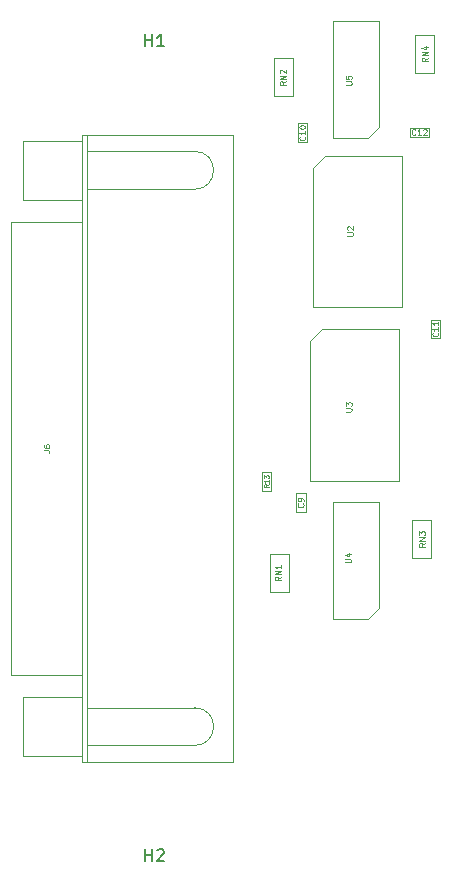
<source format=gbr>
%TF.GenerationSoftware,KiCad,Pcbnew,(6.0.11-0)*%
%TF.CreationDate,2023-05-17T23:02:26+12:00*%
%TF.ProjectId,controller-upper-cut,636f6e74-726f-46c6-9c65-722d75707065,3.2*%
%TF.SameCoordinates,PX1c9c380PY1312d00*%
%TF.FileFunction,AssemblyDrawing,Top*%
%FSLAX46Y46*%
G04 Gerber Fmt 4.6, Leading zero omitted, Abs format (unit mm)*
G04 Created by KiCad (PCBNEW (6.0.11-0)) date 2023-05-17 23:02:26*
%MOMM*%
%LPD*%
G01*
G04 APERTURE LIST*
%ADD10C,0.080000*%
%ADD11C,0.150000*%
%ADD12C,0.060000*%
%ADD13C,0.100000*%
G04 APERTURE END LIST*
D10*
%TO.C,RN2*%
X35126190Y-103434631D02*
X34888095Y-103601297D01*
X35126190Y-103720345D02*
X34626190Y-103720345D01*
X34626190Y-103529869D01*
X34650000Y-103482250D01*
X34673809Y-103458440D01*
X34721428Y-103434631D01*
X34792857Y-103434631D01*
X34840476Y-103458440D01*
X34864285Y-103482250D01*
X34888095Y-103529869D01*
X34888095Y-103720345D01*
X35126190Y-103220345D02*
X34626190Y-103220345D01*
X35126190Y-102934631D01*
X34626190Y-102934631D01*
X34673809Y-102720345D02*
X34650000Y-102696535D01*
X34626190Y-102648916D01*
X34626190Y-102529869D01*
X34650000Y-102482250D01*
X34673809Y-102458440D01*
X34721428Y-102434631D01*
X34769047Y-102434631D01*
X34840476Y-102458440D01*
X35126190Y-102744154D01*
X35126190Y-102434631D01*
%TO.C,U3*%
X40193630Y-131391785D02*
X40598392Y-131391785D01*
X40646011Y-131367975D01*
X40669820Y-131344166D01*
X40693630Y-131296547D01*
X40693630Y-131201309D01*
X40669820Y-131153690D01*
X40646011Y-131129880D01*
X40598392Y-131106071D01*
X40193630Y-131106071D01*
X40193630Y-130915594D02*
X40193630Y-130606071D01*
X40384106Y-130772737D01*
X40384106Y-130701309D01*
X40407916Y-130653690D01*
X40431725Y-130629880D01*
X40479344Y-130606071D01*
X40598392Y-130606071D01*
X40646011Y-130629880D01*
X40669820Y-130653690D01*
X40693630Y-130701309D01*
X40693630Y-130844166D01*
X40669820Y-130891785D01*
X40646011Y-130915594D01*
D11*
%TO.C,H1*%
X23238095Y-100445273D02*
X23238095Y-99445273D01*
X23238095Y-99921464D02*
X23809523Y-99921464D01*
X23809523Y-100445273D02*
X23809523Y-99445273D01*
X24809523Y-100445273D02*
X24238095Y-100445273D01*
X24523809Y-100445273D02*
X24523809Y-99445273D01*
X24428571Y-99588131D01*
X24333333Y-99683369D01*
X24238095Y-99730988D01*
D10*
%TO.C,RN3*%
X46912190Y-142526131D02*
X46674095Y-142692797D01*
X46912190Y-142811845D02*
X46412190Y-142811845D01*
X46412190Y-142621369D01*
X46436000Y-142573750D01*
X46459809Y-142549940D01*
X46507428Y-142526131D01*
X46578857Y-142526131D01*
X46626476Y-142549940D01*
X46650285Y-142573750D01*
X46674095Y-142621369D01*
X46674095Y-142811845D01*
X46912190Y-142311845D02*
X46412190Y-142311845D01*
X46912190Y-142026131D01*
X46412190Y-142026131D01*
X46412190Y-141835654D02*
X46412190Y-141526131D01*
X46602666Y-141692797D01*
X46602666Y-141621369D01*
X46626476Y-141573750D01*
X46650285Y-141549940D01*
X46697904Y-141526131D01*
X46816952Y-141526131D01*
X46864571Y-141549940D01*
X46888380Y-141573750D01*
X46912190Y-141621369D01*
X46912190Y-141764226D01*
X46888380Y-141811845D01*
X46864571Y-141835654D01*
%TO.C,RN1*%
X34716190Y-145378631D02*
X34478095Y-145545297D01*
X34716190Y-145664345D02*
X34216190Y-145664345D01*
X34216190Y-145473869D01*
X34240000Y-145426250D01*
X34263809Y-145402440D01*
X34311428Y-145378631D01*
X34382857Y-145378631D01*
X34430476Y-145402440D01*
X34454285Y-145426250D01*
X34478095Y-145473869D01*
X34478095Y-145664345D01*
X34716190Y-145164345D02*
X34216190Y-145164345D01*
X34716190Y-144878631D01*
X34216190Y-144878631D01*
X34716190Y-144378631D02*
X34716190Y-144664345D01*
X34716190Y-144521488D02*
X34216190Y-144521488D01*
X34287619Y-144569107D01*
X34335238Y-144616726D01*
X34359047Y-144664345D01*
%TO.C,C11*%
X47978571Y-124714321D02*
X48002380Y-124738131D01*
X48026190Y-124809559D01*
X48026190Y-124857178D01*
X48002380Y-124928607D01*
X47954761Y-124976226D01*
X47907142Y-125000035D01*
X47811904Y-125023845D01*
X47740476Y-125023845D01*
X47645238Y-125000035D01*
X47597619Y-124976226D01*
X47550000Y-124928607D01*
X47526190Y-124857178D01*
X47526190Y-124809559D01*
X47550000Y-124738131D01*
X47573809Y-124714321D01*
X48026190Y-124238131D02*
X48026190Y-124523845D01*
X48026190Y-124380988D02*
X47526190Y-124380988D01*
X47597619Y-124428607D01*
X47645238Y-124476226D01*
X47669047Y-124523845D01*
X48026190Y-123761940D02*
X48026190Y-124047654D01*
X48026190Y-123904797D02*
X47526190Y-123904797D01*
X47597619Y-123952416D01*
X47645238Y-124000035D01*
X47669047Y-124047654D01*
%TO.C,C10*%
X36722571Y-108105821D02*
X36746380Y-108129631D01*
X36770190Y-108201059D01*
X36770190Y-108248678D01*
X36746380Y-108320107D01*
X36698761Y-108367726D01*
X36651142Y-108391535D01*
X36555904Y-108415345D01*
X36484476Y-108415345D01*
X36389238Y-108391535D01*
X36341619Y-108367726D01*
X36294000Y-108320107D01*
X36270190Y-108248678D01*
X36270190Y-108201059D01*
X36294000Y-108129631D01*
X36317809Y-108105821D01*
X36770190Y-107629631D02*
X36770190Y-107915345D01*
X36770190Y-107772488D02*
X36270190Y-107772488D01*
X36341619Y-107820107D01*
X36389238Y-107867726D01*
X36413047Y-107915345D01*
X36270190Y-107320107D02*
X36270190Y-107272488D01*
X36294000Y-107224869D01*
X36317809Y-107201059D01*
X36365428Y-107177250D01*
X36460666Y-107153440D01*
X36579714Y-107153440D01*
X36674952Y-107177250D01*
X36722571Y-107201059D01*
X36746380Y-107224869D01*
X36770190Y-107272488D01*
X36770190Y-107320107D01*
X36746380Y-107367726D01*
X36722571Y-107391535D01*
X36674952Y-107415345D01*
X36579714Y-107439154D01*
X36460666Y-107439154D01*
X36365428Y-107415345D01*
X36317809Y-107391535D01*
X36294000Y-107367726D01*
X36270190Y-107320107D01*
%TO.C,RN4*%
X47126190Y-101438131D02*
X46888095Y-101604797D01*
X47126190Y-101723845D02*
X46626190Y-101723845D01*
X46626190Y-101533369D01*
X46650000Y-101485750D01*
X46673809Y-101461940D01*
X46721428Y-101438131D01*
X46792857Y-101438131D01*
X46840476Y-101461940D01*
X46864285Y-101485750D01*
X46888095Y-101533369D01*
X46888095Y-101723845D01*
X47126190Y-101223845D02*
X46626190Y-101223845D01*
X47126190Y-100938131D01*
X46626190Y-100938131D01*
X46792857Y-100485750D02*
X47126190Y-100485750D01*
X46602380Y-100604797D02*
X46959523Y-100723845D01*
X46959523Y-100414321D01*
%TO.C,C12*%
X46103571Y-107917964D02*
X46079761Y-107941773D01*
X46008333Y-107965583D01*
X45960714Y-107965583D01*
X45889285Y-107941773D01*
X45841666Y-107894154D01*
X45817857Y-107846535D01*
X45794047Y-107751297D01*
X45794047Y-107679869D01*
X45817857Y-107584631D01*
X45841666Y-107537012D01*
X45889285Y-107489393D01*
X45960714Y-107465583D01*
X46008333Y-107465583D01*
X46079761Y-107489393D01*
X46103571Y-107513202D01*
X46579761Y-107965583D02*
X46294047Y-107965583D01*
X46436904Y-107965583D02*
X46436904Y-107465583D01*
X46389285Y-107537012D01*
X46341666Y-107584631D01*
X46294047Y-107608440D01*
X46770238Y-107513202D02*
X46794047Y-107489393D01*
X46841666Y-107465583D01*
X46960714Y-107465583D01*
X47008333Y-107489393D01*
X47032142Y-107513202D01*
X47055952Y-107560821D01*
X47055952Y-107608440D01*
X47032142Y-107679869D01*
X46746428Y-107965583D01*
X47055952Y-107965583D01*
%TO.C,U5*%
X40201190Y-103720345D02*
X40605952Y-103720345D01*
X40653571Y-103696535D01*
X40677380Y-103672726D01*
X40701190Y-103625107D01*
X40701190Y-103529869D01*
X40677380Y-103482250D01*
X40653571Y-103458440D01*
X40605952Y-103434631D01*
X40201190Y-103434631D01*
X40201190Y-102958440D02*
X40201190Y-103196535D01*
X40439285Y-103220345D01*
X40415476Y-103196535D01*
X40391666Y-103148916D01*
X40391666Y-103029869D01*
X40415476Y-102982250D01*
X40439285Y-102958440D01*
X40486904Y-102934631D01*
X40605952Y-102934631D01*
X40653571Y-102958440D01*
X40677380Y-102982250D01*
X40701190Y-103029869D01*
X40701190Y-103148916D01*
X40677380Y-103196535D01*
X40653571Y-103220345D01*
D11*
%TO.C,H2*%
X23238095Y-169445273D02*
X23238095Y-168445273D01*
X23238095Y-168921464D02*
X23809523Y-168921464D01*
X23809523Y-169445273D02*
X23809523Y-168445273D01*
X24238095Y-168540512D02*
X24285714Y-168492893D01*
X24380952Y-168445273D01*
X24619047Y-168445273D01*
X24714285Y-168492893D01*
X24761904Y-168540512D01*
X24809523Y-168635750D01*
X24809523Y-168730988D01*
X24761904Y-168873845D01*
X24190476Y-169445273D01*
X24809523Y-169445273D01*
D10*
%TO.C,J6*%
X14616521Y-134674559D02*
X14973664Y-134674559D01*
X15045092Y-134698369D01*
X15092711Y-134745988D01*
X15116521Y-134817416D01*
X15116521Y-134865035D01*
X14616521Y-134222178D02*
X14616521Y-134317416D01*
X14640331Y-134365035D01*
X14664140Y-134388845D01*
X14735569Y-134436464D01*
X14830807Y-134460273D01*
X15021283Y-134460273D01*
X15068902Y-134436464D01*
X15092711Y-134412654D01*
X15116521Y-134365035D01*
X15116521Y-134269797D01*
X15092711Y-134222178D01*
X15068902Y-134198369D01*
X15021283Y-134174559D01*
X14902235Y-134174559D01*
X14854616Y-134198369D01*
X14830807Y-134222178D01*
X14806997Y-134269797D01*
X14806997Y-134365035D01*
X14830807Y-134412654D01*
X14854616Y-134436464D01*
X14902235Y-134460273D01*
D12*
%TO.C,R13*%
X33680952Y-137550035D02*
X33490476Y-137683369D01*
X33680952Y-137778607D02*
X33280952Y-137778607D01*
X33280952Y-137626226D01*
X33300000Y-137588131D01*
X33319047Y-137569083D01*
X33357142Y-137550035D01*
X33414285Y-137550035D01*
X33452380Y-137569083D01*
X33471428Y-137588131D01*
X33490476Y-137626226D01*
X33490476Y-137778607D01*
X33680952Y-137169083D02*
X33680952Y-137397654D01*
X33680952Y-137283369D02*
X33280952Y-137283369D01*
X33338095Y-137321464D01*
X33376190Y-137359559D01*
X33395238Y-137397654D01*
X33280952Y-137035750D02*
X33280952Y-136788131D01*
X33433333Y-136921464D01*
X33433333Y-136864321D01*
X33452380Y-136826226D01*
X33471428Y-136807178D01*
X33509523Y-136788131D01*
X33604761Y-136788131D01*
X33642857Y-136807178D01*
X33661904Y-136826226D01*
X33680952Y-136864321D01*
X33680952Y-136978607D01*
X33661904Y-137016702D01*
X33642857Y-137035750D01*
D10*
%TO.C,U4*%
X40129190Y-144154345D02*
X40533952Y-144154345D01*
X40581571Y-144130535D01*
X40605380Y-144106726D01*
X40629190Y-144059107D01*
X40629190Y-143963869D01*
X40605380Y-143916250D01*
X40581571Y-143892440D01*
X40533952Y-143868631D01*
X40129190Y-143868631D01*
X40295857Y-143416250D02*
X40629190Y-143416250D01*
X40105380Y-143535297D02*
X40462523Y-143654345D01*
X40462523Y-143344821D01*
%TO.C,C9*%
X36578571Y-139169339D02*
X36602380Y-139193148D01*
X36626190Y-139264577D01*
X36626190Y-139312196D01*
X36602380Y-139383625D01*
X36554761Y-139431244D01*
X36507142Y-139455053D01*
X36411904Y-139478863D01*
X36340476Y-139478863D01*
X36245238Y-139455053D01*
X36197619Y-139431244D01*
X36150000Y-139383625D01*
X36126190Y-139312196D01*
X36126190Y-139264577D01*
X36150000Y-139193148D01*
X36173809Y-139169339D01*
X36626190Y-138931244D02*
X36626190Y-138836006D01*
X36602380Y-138788386D01*
X36578571Y-138764577D01*
X36507142Y-138716958D01*
X36411904Y-138693148D01*
X36221428Y-138693148D01*
X36173809Y-138716958D01*
X36150000Y-138740767D01*
X36126190Y-138788386D01*
X36126190Y-138883625D01*
X36150000Y-138931244D01*
X36173809Y-138955053D01*
X36221428Y-138978863D01*
X36340476Y-138978863D01*
X36388095Y-138955053D01*
X36411904Y-138931244D01*
X36435714Y-138883625D01*
X36435714Y-138788386D01*
X36411904Y-138740767D01*
X36388095Y-138716958D01*
X36340476Y-138693148D01*
%TO.C,U2*%
X40322630Y-116491785D02*
X40727392Y-116491785D01*
X40775011Y-116467975D01*
X40798820Y-116444166D01*
X40822630Y-116396547D01*
X40822630Y-116301309D01*
X40798820Y-116253690D01*
X40775011Y-116229880D01*
X40727392Y-116206071D01*
X40322630Y-116206071D01*
X40370249Y-115991785D02*
X40346440Y-115967975D01*
X40322630Y-115920356D01*
X40322630Y-115801309D01*
X40346440Y-115753690D01*
X40370249Y-115729880D01*
X40417868Y-115706071D01*
X40465487Y-115706071D01*
X40536916Y-115729880D01*
X40822630Y-116015594D01*
X40822630Y-115706071D01*
D13*
%TO.C,RN2*%
X34100000Y-101489393D02*
X35700000Y-101489393D01*
X35700000Y-101489393D02*
X35700000Y-104689393D01*
X34100000Y-104689393D02*
X34100000Y-101489393D01*
X35700000Y-104689393D02*
X34100000Y-104689393D01*
%TO.C,U3*%
X38203560Y-124431833D02*
X44703560Y-124431833D01*
X37203560Y-125431833D02*
X38203560Y-124431833D01*
X44703560Y-124431833D02*
X44703560Y-137231833D01*
X37203560Y-137231833D02*
X37203560Y-125431833D01*
X44703560Y-137231833D02*
X37203560Y-137231833D01*
%TO.C,RN3*%
X45800000Y-143792893D02*
X45800000Y-140592893D01*
X47400000Y-143792893D02*
X45800000Y-143792893D01*
X47400000Y-140592893D02*
X47400000Y-143792893D01*
X45800000Y-140592893D02*
X47400000Y-140592893D01*
%TO.C,RN1*%
X33800000Y-143433393D02*
X35400000Y-143433393D01*
X35400000Y-146633393D02*
X33800000Y-146633393D01*
X35400000Y-143433393D02*
X35400000Y-146633393D01*
X33800000Y-146633393D02*
X33800000Y-143433393D01*
%TO.C,C11*%
X47400000Y-123592893D02*
X48200000Y-123592893D01*
X48200000Y-125192893D02*
X47400000Y-125192893D01*
X47400000Y-125192893D02*
X47400000Y-123592893D01*
X48200000Y-123592893D02*
X48200000Y-125192893D01*
%TO.C,C10*%
X36144000Y-108584393D02*
X36144000Y-106984393D01*
X36944000Y-106984393D02*
X36944000Y-108584393D01*
X36144000Y-106984393D02*
X36944000Y-106984393D01*
X36944000Y-108584393D02*
X36144000Y-108584393D01*
%TO.C,RN4*%
X47700000Y-102692893D02*
X46100000Y-102692893D01*
X46100000Y-99492893D02*
X47700000Y-99492893D01*
X47700000Y-99492893D02*
X47700000Y-102692893D01*
X46100000Y-102692893D02*
X46100000Y-99492893D01*
%TO.C,C12*%
X45625000Y-107339393D02*
X47225000Y-107339393D01*
X47225000Y-107339393D02*
X47225000Y-108139393D01*
X45625000Y-108139393D02*
X45625000Y-107339393D01*
X47225000Y-108139393D02*
X45625000Y-108139393D01*
%TO.C,U5*%
X39129000Y-108244393D02*
X39129000Y-98344393D01*
X39129000Y-98344393D02*
X43029000Y-98344393D01*
X43029000Y-107269393D02*
X42054000Y-108244393D01*
X43029000Y-98344393D02*
X43029000Y-107269393D01*
X42054000Y-108244393D02*
X39129000Y-108244393D01*
%TO.C,J6*%
X30630331Y-107957893D02*
X18290331Y-107957893D01*
X18290331Y-161057893D02*
X30630331Y-161057893D01*
X11890331Y-115357893D02*
X11890331Y-153657893D01*
X18290331Y-161057893D02*
X18290331Y-107957893D01*
X17890331Y-115357893D02*
X11890331Y-115357893D01*
X17890331Y-161057893D02*
X18290331Y-161057893D01*
X12890331Y-155557893D02*
X12890331Y-160557893D01*
X12890331Y-108457893D02*
X12890331Y-113457893D01*
X17890331Y-153657893D02*
X17890331Y-115357893D01*
X17890331Y-107957893D02*
X17890331Y-161057893D01*
X18290331Y-156457893D02*
X27410331Y-156457893D01*
X11890331Y-153657893D02*
X17890331Y-153657893D01*
X18290331Y-109357893D02*
X27410331Y-109357893D01*
X18290331Y-107957893D02*
X17890331Y-107957893D01*
X30630331Y-161057893D02*
X30630331Y-107957893D01*
X17890331Y-113457893D02*
X17890331Y-108457893D01*
X17890331Y-108457893D02*
X12890331Y-108457893D01*
X18290331Y-107957893D02*
X18290331Y-161057893D01*
X17890331Y-155557893D02*
X12890331Y-155557893D01*
X18290331Y-159657893D02*
X27410331Y-159657893D01*
X12890331Y-113457893D02*
X17890331Y-113457893D01*
X17890331Y-160557893D02*
X17890331Y-155557893D01*
X12890331Y-160557893D02*
X17890331Y-160557893D01*
X18290331Y-112557893D02*
X27410331Y-112557893D01*
X27410331Y-159657893D02*
G75*
G03*
X27410331Y-156457893I0J1600000D01*
G01*
X27410331Y-112557893D02*
G75*
G03*
X27410331Y-109357893I0J1600000D01*
G01*
%TO.C,R13*%
X33912500Y-136492893D02*
X33912500Y-138092893D01*
X33912500Y-138092893D02*
X33087500Y-138092893D01*
X33087500Y-138092893D02*
X33087500Y-136492893D01*
X33087500Y-136492893D02*
X33912500Y-136492893D01*
%TO.C,U4*%
X39129000Y-139071393D02*
X43029000Y-139071393D01*
X43029000Y-147996393D02*
X42054000Y-148971393D01*
X43029000Y-139071393D02*
X43029000Y-147996393D01*
X39129000Y-148971393D02*
X39129000Y-139071393D01*
X42054000Y-148971393D02*
X39129000Y-148971393D01*
%TO.C,C9*%
X36000000Y-138286006D02*
X36800000Y-138286006D01*
X36800000Y-138286006D02*
X36800000Y-139886006D01*
X36800000Y-139886006D02*
X36000000Y-139886006D01*
X36000000Y-139886006D02*
X36000000Y-138286006D01*
%TO.C,U2*%
X44953560Y-122560833D02*
X37453560Y-122560833D01*
X38453560Y-109760833D02*
X44953560Y-109760833D01*
X37453560Y-122560833D02*
X37453560Y-110760833D01*
X44953560Y-109760833D02*
X44953560Y-122560833D01*
X37453560Y-110760833D02*
X38453560Y-109760833D01*
%TD*%
M02*

</source>
